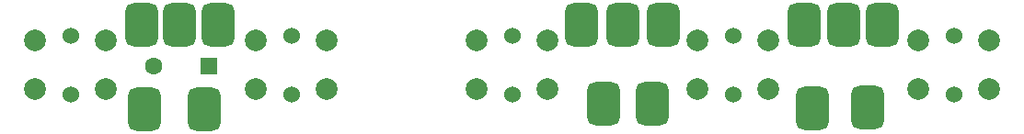
<source format=gbr>
G04 #@! TF.GenerationSoftware,KiCad,Pcbnew,8.0.6*
G04 #@! TF.CreationDate,2024-11-16T23:29:11-05:00*
G04 #@! TF.ProjectId,DDI-parent,4444492d-7061-4726-956e-742e6b696361,rev?*
G04 #@! TF.SameCoordinates,Original*
G04 #@! TF.FileFunction,Soldermask,Bot*
G04 #@! TF.FilePolarity,Negative*
%FSLAX46Y46*%
G04 Gerber Fmt 4.6, Leading zero omitted, Abs format (unit mm)*
G04 Created by KiCad (PCBNEW 8.0.6) date 2024-11-16 23:29:11*
%MOMM*%
%LPD*%
G01*
G04 APERTURE LIST*
G04 Aperture macros list*
%AMRoundRect*
0 Rectangle with rounded corners*
0 $1 Rounding radius*
0 $2 $3 $4 $5 $6 $7 $8 $9 X,Y pos of 4 corners*
0 Add a 4 corners polygon primitive as box body*
4,1,4,$2,$3,$4,$5,$6,$7,$8,$9,$2,$3,0*
0 Add four circle primitives for the rounded corners*
1,1,$1+$1,$2,$3*
1,1,$1+$1,$4,$5*
1,1,$1+$1,$6,$7*
1,1,$1+$1,$8,$9*
0 Add four rect primitives between the rounded corners*
20,1,$1+$1,$2,$3,$4,$5,0*
20,1,$1+$1,$4,$5,$6,$7,0*
20,1,$1+$1,$6,$7,$8,$9,0*
20,1,$1+$1,$8,$9,$2,$3,0*%
G04 Aperture macros list end*
%ADD10C,1.600000*%
%ADD11R,1.600000X1.600000*%
%ADD12RoundRect,0.750000X-0.750000X1.250000X-0.750000X-1.250000X0.750000X-1.250000X0.750000X1.250000X0*%
%ADD13RoundRect,0.750000X0.750000X-1.250000X0.750000X1.250000X-0.750000X1.250000X-0.750000X-1.250000X0*%
%ADD14C,2.000000*%
%ADD15C,1.524000*%
G04 APERTURE END LIST*
D10*
X174763400Y212586549D03*
D11*
X179763400Y212586549D03*
D12*
X234610749Y216336549D03*
D13*
X235355048Y208662591D03*
D12*
X241758109Y216352720D03*
D13*
X240462479Y208739588D03*
D12*
X217885482Y216387403D03*
X214135482Y216387403D03*
D13*
X216110749Y209086549D03*
D12*
X221635482Y216387403D03*
D13*
X220610749Y209086549D03*
D12*
X238254770Y216378385D03*
X180610749Y216336549D03*
D13*
X179360749Y208586549D03*
D12*
X177110749Y216336549D03*
X173610749Y216336549D03*
D13*
X173860749Y208586549D03*
D14*
X245110566Y210397924D03*
X251610566Y210397924D03*
X245110566Y214897924D03*
X251610566Y214897924D03*
D15*
X248360566Y209947924D03*
X248360566Y215347924D03*
D14*
X204470566Y210397924D03*
X210970566Y210397924D03*
X204470566Y214897924D03*
X210970566Y214897924D03*
D15*
X207720566Y209947924D03*
X207720566Y215347924D03*
D14*
X163830566Y210397924D03*
X170330566Y210397924D03*
X163830566Y214897924D03*
X170330566Y214897924D03*
D15*
X167080566Y209947924D03*
X167080566Y215347924D03*
D14*
X184150566Y210397924D03*
X190650566Y210397924D03*
X184150566Y214897924D03*
X190650566Y214897924D03*
D15*
X187400566Y209947924D03*
X187400566Y215347924D03*
D14*
X224790566Y210397924D03*
X231290566Y210397924D03*
X224790566Y214897924D03*
X231290566Y214897924D03*
D15*
X228040566Y209947924D03*
X228040566Y215347924D03*
M02*

</source>
